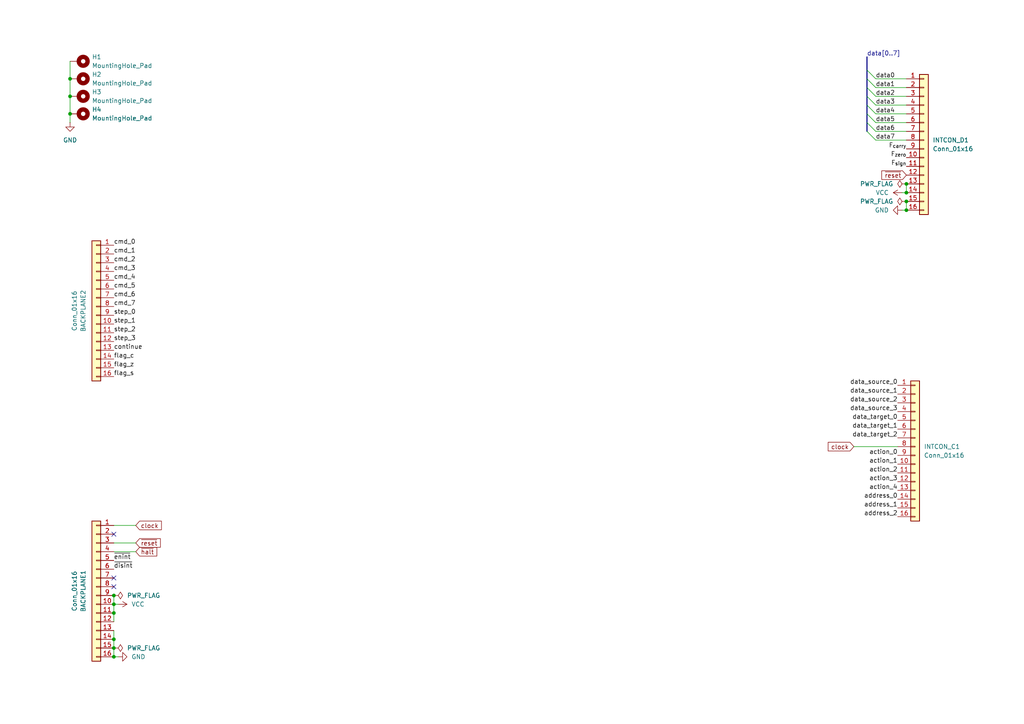
<source format=kicad_sch>
(kicad_sch (version 20250114) (generator "eeschema") (generator_version "9.0")
  (paper "A4")
  (title_block (title "PC-XX TEMPLATE") (rev "A"))
  (lib_symbols
    (symbol "Connector_Generic:Conn_01x16" (pin_names (offset 1.016) (hide yes))
      (property "Reference" "J" (at 0 20.32 0))
      (property "Value" "Conn_01x16" (at 0 -22.86 0))
      (symbol "Conn_01x16_1_1"
        (rectangle (start -1.27 19.05) (end 1.27 -21.59) (stroke (width 0.254)) (fill (type background)))
        (rectangle (start -1.27 17.907) (end 0 17.653) (stroke (width 0.1524)))
        (rectangle (start -1.27 15.367) (end 0 15.113) (stroke (width 0.1524)))
        (rectangle (start -1.27 12.827) (end 0 12.573) (stroke (width 0.1524)))
        (rectangle (start -1.27 10.287) (end 0 10.033) (stroke (width 0.1524)))
        (rectangle (start -1.27 7.747) (end 0 7.493) (stroke (width 0.1524)))
        (rectangle (start -1.27 5.207) (end 0 4.953) (stroke (width 0.1524)))
        (rectangle (start -1.27 2.667) (end 0 2.413) (stroke (width 0.1524)))
        (rectangle (start -1.27 0.127) (end 0 -0.127) (stroke (width 0.1524)))
        (rectangle (start -1.27 -2.413) (end 0 -2.667) (stroke (width 0.1524)))
        (rectangle (start -1.27 -4.953) (end 0 -5.207) (stroke (width 0.1524)))
        (rectangle (start -1.27 -7.493) (end 0 -7.747) (stroke (width 0.1524)))
        (rectangle (start -1.27 -10.033) (end 0 -10.287) (stroke (width 0.1524)))
        (rectangle (start -1.27 -12.573) (end 0 -12.827) (stroke (width 0.1524)))
        (rectangle (start -1.27 -15.113) (end 0 -15.367) (stroke (width 0.1524)))
        (rectangle (start -1.27 -17.653) (end 0 -17.907) (stroke (width 0.1524)))
        (rectangle (start -1.27 -20.193) (end 0 -20.447) (stroke (width 0.1524)))
        (pin passive line (at -5.08 17.78 0) (length 3.81) (name "Pin_1") (number "1"))
        (pin passive line (at -5.08 15.24 0) (length 3.81) (name "Pin_2") (number "2"))
        (pin passive line (at -5.08 12.7 0) (length 3.81) (name "Pin_3") (number "3"))
        (pin passive line (at -5.08 10.16 0) (length 3.81) (name "Pin_4") (number "4"))
        (pin passive line (at -5.08 7.62 0) (length 3.81) (name "Pin_5") (number "5"))
        (pin passive line (at -5.08 5.08 0) (length 3.81) (name "Pin_6") (number "6"))
        (pin passive line (at -5.08 2.54 0) (length 3.81) (name "Pin_7") (number "7"))
        (pin passive line (at -5.08 0 0) (length 3.81) (name "Pin_8") (number "8"))
        (pin passive line (at -5.08 -2.54 0) (length 3.81) (name "Pin_9") (number "9"))
        (pin passive line (at -5.08 -5.08 0) (length 3.81) (name "Pin_10") (number "10"))
        (pin passive line (at -5.08 -7.62 0) (length 3.81) (name "Pin_11") (number "11"))
        (pin passive line (at -5.08 -10.16 0) (length 3.81) (name "Pin_12") (number "12"))
        (pin passive line (at -5.08 -12.7 0) (length 3.81) (name "Pin_13") (number "13"))
        (pin passive line (at -5.08 -15.24 0) (length 3.81) (name "Pin_14") (number "14"))
        (pin passive line (at -5.08 -17.78 0) (length 3.81) (name "Pin_15") (number "15"))
        (pin passive line (at -5.08 -20.32 0) (length 3.81) (name "Pin_16") (number "16"))
      )
    )
    (symbol "Mechanical:MountingHole_Pad" (pin_numbers (hide yes)) (pin_names (offset 1.016) (hide yes)) (exclude_from_sim yes) (in_bom no)
      (property "Reference" "H" (at 0 6.35 0))
      (property "Value" "MountingHole_Pad" (at 0 4.445 0))
      (symbol "MountingHole_Pad_0_1"
        (circle (center 0 1.27) (radius 1.27) (stroke (width 1.27)))
      )
      (symbol "MountingHole_Pad_1_1"
        (pin input line (at 0 -2.54 90) (length 2.54) (name "1") (number "1"))
      )
    )
    (symbol "power:GND" (power) (pin_numbers (hide yes)) (pin_names (offset 0) (hide yes))
      (property "Value" "GND" (at 0 -3.81 0))
      (symbol "GND_0_1"
        (polyline (pts (xy 0 0) (xy 0 -1.27) (xy 1.27 -1.27) (xy 0 -2.54) (xy -1.27 -1.27) (xy 0 -1.27)))
      )
      (symbol "GND_1_1"
        (pin power_in line (at 0 0 270) (length 0) (name "~") (number "1"))
      )
    )
    (symbol "power:PWR_FLAG" (power) (pin_numbers (hide yes)) (pin_names (offset 0) (hide yes))
      (property "Value" "PWR_FLAG" (at 0 3.81 0))
      (symbol "PWR_FLAG_0_0"
        (pin power_out line (at 0 0 90) (length 0) (name "~") (number "1"))
      )
      (symbol "PWR_FLAG_0_1"
        (polyline (pts (xy 0 0) (xy 0 1.27) (xy -1.016 1.905) (xy 0 2.54) (xy 1.016 1.905) (xy 0 1.27)))
      )
    )
    (symbol "power:VCC" (power) (pin_numbers (hide yes)) (pin_names (offset 0) (hide yes))
      (property "Value" "VCC" (at 0 3.556 0))
      (symbol "VCC_0_1"
        (polyline (pts (xy -0.762 1.27) (xy 0 2.54)))
        (polyline (pts (xy 0 2.54) (xy 0.762 1.27)))
        (polyline (pts (xy 0 0) (xy 0 2.54)))
      )
      (symbol "VCC_1_1"
        (pin power_in line (at 0 0 90) (length 0) (name "~") (number "1"))
      )
    )
  )
  (junction (at 33.02 187.96))
  (junction (at 33.02 175.26))
  (junction (at 33.02 190.5))
  (junction (at 262.89 58.42))
  (junction (at 20.32 33.02))
  (junction (at 20.32 27.94))
  (junction (at 33.02 172.72))
  (junction (at 262.89 53.34))
  (junction (at 33.02 177.8))
  (junction (at 33.02 185.42))
  (junction (at 20.32 22.86))
  (junction (at 262.89 55.88))
  (junction (at 262.89 60.96))
  (no_connect (at 33.02 154.94))
  (no_connect (at 33.02 170.18))
  (no_connect (at 33.02 167.64))
  (bus_entry (at 251.46 20.32) (size 2.54 2.54))
  (bus_entry (at 251.46 33.02) (size 2.54 2.54))
  (bus_entry (at 251.46 22.86) (size 2.54 2.54))
  (bus_entry (at 251.46 25.4) (size 2.54 2.54))
  (bus_entry (at 251.46 35.56) (size 2.54 2.54))
  (bus_entry (at 251.46 38.1) (size 2.54 2.54))
  (bus_entry (at 251.46 30.48) (size 2.54 2.54))
  (bus_entry (at 251.46 27.94) (size 2.54 2.54))
  (wire (pts (xy 261.62 60.96) (xy 262.89 60.96)))
  (wire (pts (xy 254 40.64) (xy 262.89 40.64)))
  (wire (pts (xy 33.02 182.88) (xy 33.02 185.42)))
  (wire (pts (xy 39.37 157.48) (xy 33.02 157.48)))
  (wire (pts (xy 34.29 190.5) (xy 33.02 190.5)))
  (bus (pts (xy 251.46 35.56) (xy 251.46 38.1)))
  (wire (pts (xy 20.32 27.94) (xy 20.32 33.02)))
  (wire (pts (xy 20.32 17.78) (xy 20.32 22.86)))
  (wire (pts (xy 33.02 177.8) (xy 33.02 180.34)))
  (wire (pts (xy 254 25.4) (xy 262.89 25.4)))
  (bus (pts (xy 251.46 25.4) (xy 251.46 27.94)))
  (wire (pts (xy 254 27.94) (xy 262.89 27.94)))
  (wire (pts (xy 39.37 152.4) (xy 33.02 152.4)))
  (bus (pts (xy 251.46 22.86) (xy 251.46 25.4)))
  (bus (pts (xy 251.46 16.51) (xy 251.46 20.32)))
  (wire (pts (xy 254 30.48) (xy 262.89 30.48)))
  (wire (pts (xy 247.65 129.54) (xy 260.35 129.54)))
  (wire (pts (xy 254 35.56) (xy 262.89 35.56)))
  (wire (pts (xy 33.02 175.26) (xy 33.02 172.72)))
  (wire (pts (xy 254 33.02) (xy 262.89 33.02)))
  (bus (pts (xy 251.46 30.48) (xy 251.46 33.02)))
  (wire (pts (xy 261.62 55.88) (xy 262.89 55.88)))
  (wire (pts (xy 33.02 185.42) (xy 33.02 187.96)))
  (bus (pts (xy 251.46 33.02) (xy 251.46 35.56)))
  (wire (pts (xy 33.02 175.26) (xy 33.02 177.8)))
  (bus (pts (xy 251.46 20.32) (xy 251.46 22.86)))
  (wire (pts (xy 254 22.86) (xy 262.89 22.86)))
  (wire (pts (xy 254 38.1) (xy 262.89 38.1)))
  (wire (pts (xy 39.37 160.02) (xy 33.02 160.02)))
  (wire (pts (xy 262.89 58.42) (xy 262.89 60.96)))
  (wire (pts (xy 34.29 175.26) (xy 33.02 175.26)))
  (wire (pts (xy 33.02 187.96) (xy 33.02 190.5)))
  (wire (pts (xy 262.89 53.34) (xy 262.89 55.88)))
  (bus (pts (xy 251.46 27.94) (xy 251.46 30.48)))
  (wire (pts (xy 20.32 35.56) (xy 20.32 33.02)))
  (wire (pts (xy 20.32 22.86) (xy 20.32 27.94)))
  (label "data_source_0" (at 260.35 111.76 180))
  (label "data3" (at 254 30.48 0))
  (label "action_3" (at 260.35 139.7 180))
  (label "action_4" (at 260.35 142.24 180))
  (label "F_{carry}" (at 262.89 43.18 180))
  (label "F_{sign}" (at 262.89 48.26 180))
  (label "cmd_3" (at 33.02 78.74 0))
  (label "address_1" (at 260.35 147.32 180))
  (label "flag_s" (at 33.02 109.22 0))
  (label "~{enint}" (at 33.02 162.56 0))
  (label "data5" (at 254 35.56 0))
  (label "data_source_2" (at 260.35 116.84 180))
  (label "action_2" (at 260.35 137.16 180))
  (label "~{disint}" (at 33.02 165.1 0))
  (label "cmd_6" (at 33.02 86.36 0))
  (label "cmd_0" (at 33.02 71.12 0))
  (label "data7" (at 254 40.64 0))
  (label "data4" (at 254 33.02 0))
  (label "data_target_0" (at 260.35 121.92 180))
  (label "flag_z" (at 33.02 106.68 0))
  (label "address_2" (at 260.35 149.86 180))
  (label "data_target_1" (at 260.35 124.46 180))
  (label "data_source_3" (at 260.35 119.38 180))
  (label "data2" (at 254 27.94 0))
  (label "cmd_4" (at 33.02 81.28 0))
  (label "cmd_5" (at 33.02 83.82 0))
  (label "action_1" (at 260.35 134.62 180))
  (label "action_0" (at 260.35 132.08 180))
  (label "F_{zero}" (at 262.89 45.72 180))
  (label "step_0" (at 33.02 91.44 0))
  (label "step_1" (at 33.02 93.98 0))
  (label "data[0..7]" (at 251.46 16.51 0))
  (label "data_source_1" (at 260.35 114.3 180))
  (label "cmd_1" (at 33.02 73.66 0))
  (label "data1" (at 254 25.4 0))
  (label "data6" (at 254 38.1 0))
  (label "continue" (at 33.02 101.6 0))
  (label "data_target_2" (at 260.35 127 180))
  (label "step_3" (at 33.02 99.06 0))
  (label "address_0" (at 260.35 144.78 180))
  (label "cmd_7" (at 33.02 88.9 0))
  (label "cmd_2" (at 33.02 76.2 0))
  (label "flag_c" (at 33.02 104.14 0))
  (label "data0" (at 254 22.86 0))
  (label "step_2" (at 33.02 96.52 0))
  (global_label "~{reset}" (shape input) (at 39.37 157.48 0) (property "Intersheetrefs" "${INTERSHEET_REFS}" (effects (hide yes))))
  (global_label "~{halt}" (shape input) (at 39.37 160.02 0) (property "Intersheetrefs" "${INTERSHEET_REFS}" (effects (hide yes))))
  (global_label "~{reset}" (shape input) (at 262.89 50.8 180) (property "Intersheetrefs" "${INTERSHEET_REFS}" (effects (hide yes))))
  (global_label "clock" (shape input) (at 247.65 129.54 180) (property "Intersheetrefs" "${INTERSHEET_REFS}" (effects (hide yes))))
  (global_label "clock" (shape input) (at 39.37 152.4 0) (property "Intersheetrefs" "${INTERSHEET_REFS}" (effects (hide yes))))
  (symbol (lib_id "power:GND") (at 34.29 190.5 90) (mirror x) (unit 1)
    (property "Reference" "#PWR024" (effects (hide yes)))
    (property "Value" "GND" (at 38.1 190.4999 90) (effects (justify right)))
    (property "Description" "Power symbol creates a global label with name \"GND\" , ground" (effects (hide yes)))
  )
  (symbol (lib_id "power:VCC") (at 34.29 175.26 270) (mirror x) (unit 1)
    (property "Reference" "#PWR023" (effects (hide yes)))
    (property "Value" "VCC" (at 38.1 175.2599 90) (effects (justify left)))
    (property "Description" "Power symbol creates a global label with name \"VCC\"" (effects (hide yes)))
  )
  (symbol (lib_id "Mechanical:MountingHole_Pad") (at 22.86 22.86 270) (unit 1) (exclude_from_sim yes) (in_bom no)
    (property "Reference" "H2" (at 26.67 21.5899 90) (effects (justify left)))
    (property "Value" "MountingHole_Pad" (at 26.67 24.1299 90) (effects (justify left)))
    (property "Footprint" "MountingHole:MountingHole_3.2mm_M3_Pad_Via" (effects (hide yes)))
    (property "Description" "Mounting Hole with connection" (effects (hide yes)))
  )
  (symbol (lib_id "Mechanical:MountingHole_Pad") (at 22.86 17.78 270) (unit 1) (exclude_from_sim yes) (in_bom no)
    (property "Reference" "H1" (at 26.67 16.5099 90) (effects (justify left)))
    (property "Value" "MountingHole_Pad" (at 26.67 19.0499 90) (effects (justify left)))
    (property "Footprint" "MountingHole:MountingHole_3.2mm_M3_Pad_Via" (effects (hide yes)))
    (property "Description" "Mounting Hole with connection" (effects (hide yes)))
  )
  (symbol (lib_id "Connector_Generic:Conn_01x16") (at 27.94 88.9 0) (mirror y) (unit 1)
    (property "Reference" "BACKPLANE2" (at 24.13 90.17 90))
    (property "Value" "Conn_01x16" (at 21.59 90.17 90))
    (property "Footprint" "Connector_IDC:IDC-Header_2x08_P2.54mm_Horizontal" (effects (hide yes)))
    (property "Description" "Generic connector, single row, 01x16, script generated (kicad-library-utils/schlib/autogen/connector/)" (effects (hide yes)))
  )
  (symbol (lib_id "power:GND") (at 20.32 35.56 0) (unit 1)
    (property "Reference" "#PWR013" (effects (hide yes)))
    (property "Value" "GND" (at 20.32 40.64 0))
    (property "Description" "Power symbol creates a global label with name \"GND\" , ground" (effects (hide yes)))
  )
  (symbol (lib_id "Connector_Generic:Conn_01x16") (at 267.97 40.64 0) (unit 1)
    (property "Reference" "INTCON_D1" (at 270.51 40.6399 0) (effects (justify left)))
    (property "Value" "Conn_01x16" (at 270.51 43.1799 0) (effects (justify left)))
    (property "Footprint" "Connector_IDC:IDC-Header_2x08_P2.54mm_Horizontal" (effects (hide yes)))
    (property "Description" "Generic connector, single row, 01x16, script generated (kicad-library-utils/schlib/autogen/connector/)" (effects (hide yes)))
  )
  (symbol (lib_id "power:PWR_FLAG") (at 262.89 58.42 90) (unit 1)
    (property "Reference" "#FLG02" (effects (hide yes)))
    (property "Value" "PWR_FLAG" (at 259.08 58.4199 90) (effects (justify left)))
    (property "Description" "Special symbol for telling ERC where power comes from" (effects (hide yes)))
  )
  (symbol (lib_id "Mechanical:MountingHole_Pad") (at 22.86 27.94 270) (unit 1) (exclude_from_sim yes) (in_bom no)
    (property "Reference" "H3" (at 26.67 26.6699 90) (effects (justify left)))
    (property "Value" "MountingHole_Pad" (at 26.67 29.2099 90) (effects (justify left)))
    (property "Footprint" "MountingHole:MountingHole_3.2mm_M3_Pad_Via" (effects (hide yes)))
    (property "Description" "Mounting Hole with connection" (effects (hide yes)))
  )
  (symbol (lib_id "Connector_Generic:Conn_01x16") (at 265.43 129.54 0) (unit 1)
    (property "Reference" "INTCON_C1" (at 267.97 129.5399 0) (effects (justify left)))
    (property "Value" "Conn_01x16" (at 267.97 132.0799 0) (effects (justify left)))
    (property "Footprint" "Connector_IDC:IDC-Header_2x08_P2.54mm_Horizontal" (effects (hide yes)))
    (property "Description" "Generic connector, single row, 01x16, script generated (kicad-library-utils/schlib/autogen/connector/)" (effects (hide yes)))
  )
  (symbol (lib_id "power:GND") (at 261.62 60.96 270) (unit 1)
    (property "Reference" "#PWR021" (effects (hide yes)))
    (property "Value" "GND" (at 257.81 60.9599 90) (effects (justify right)))
    (property "Description" "Power symbol creates a global label with name \"GND\" , ground" (effects (hide yes)))
  )
  (symbol (lib_id "power:PWR_FLAG") (at 33.02 187.96 270) (mirror x) (unit 1)
    (property "Reference" "#FLG04" (effects (hide yes)))
    (property "Value" "PWR_FLAG" (at 36.83 187.9599 90) (effects (justify left)))
    (property "Description" "Special symbol for telling ERC where power comes from" (effects (hide yes)))
  )
  (symbol (lib_id "Mechanical:MountingHole_Pad") (at 22.86 33.02 270) (unit 1) (exclude_from_sim yes) (in_bom no)
    (property "Reference" "H4" (at 26.67 31.7499 90) (effects (justify left)))
    (property "Value" "MountingHole_Pad" (at 26.67 34.2899 90) (effects (justify left)))
    (property "Footprint" "MountingHole:MountingHole_3.2mm_M3_Pad_Via" (effects (hide yes)))
    (property "Description" "Mounting Hole with connection" (effects (hide yes)))
  )
  (symbol (lib_id "Connector_Generic:Conn_01x16") (at 27.94 170.18 0) (mirror y) (unit 1)
    (property "Reference" "BACKPLANE1" (at 24.13 171.45 90))
    (property "Value" "Conn_01x16" (at 21.59 171.45 90))
    (property "Footprint" "Connector_IDC:IDC-Header_2x08_P2.54mm_Horizontal" (effects (hide yes)))
    (property "Description" "Generic connector, single row, 01x16, script generated (kicad-library-utils/schlib/autogen/connector/)" (effects (hide yes)))
  )
  (symbol (lib_id "power:PWR_FLAG") (at 262.89 53.34 90) (unit 1)
    (property "Reference" "#FLG01" (effects (hide yes)))
    (property "Value" "PWR_FLAG" (at 259.08 53.3399 90) (effects (justify left)))
    (property "Description" "Special symbol for telling ERC where power comes from" (effects (hide yes)))
  )
  (symbol (lib_id "power:VCC") (at 261.62 55.88 90) (unit 1)
    (property "Reference" "#PWR022" (effects (hide yes)))
    (property "Value" "VCC" (at 257.81 55.8799 90) (effects (justify left)))
    (property "Description" "Power symbol creates a global label with name \"VCC\"" (effects (hide yes)))
  )
  (symbol (lib_id "power:PWR_FLAG") (at 33.02 172.72 270) (mirror x) (unit 1)
    (property "Reference" "#FLG03" (effects (hide yes)))
    (property "Value" "PWR_FLAG" (at 36.83 172.7199 90) (effects (justify left)))
    (property "Description" "Special symbol for telling ERC where power comes from" (effects (hide yes)))
  )
)
</source>
